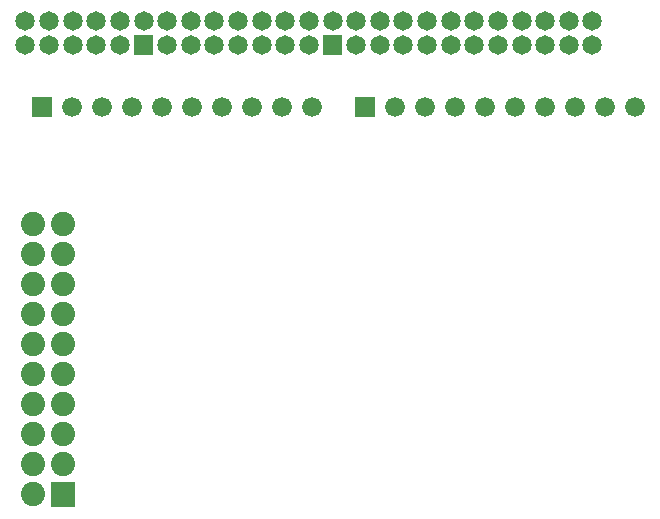
<source format=gbs>
G04 start of page 12 for group -4062 idx -4062 *
G04 Title: (unknown), soldermask *
G04 Creator: pcb 20110918 *
G04 CreationDate: Wed 07 May 2014 09:59:53 GMT UTC *
G04 For: michael *
G04 Format: Gerber/RS-274X *
G04 PCB-Dimensions: 275000 304000 *
G04 PCB-Coordinate-Origin: lower left *
%MOIN*%
%FSLAX25Y25*%
%LNBOTTOMMASK*%
%ADD140C,0.0808*%
%ADD139C,0.0651*%
%ADD138C,0.0001*%
%ADD137C,0.0660*%
G54D137*X128400Y247800D03*
X138400D03*
G54D138*G36*
X152800Y251100D02*Y244500D01*
X159400D01*
Y251100D01*
X152800D01*
G37*
G54D137*X166100Y247800D03*
X176100D03*
X186100D03*
X196100D03*
X206100D03*
X216100D03*
X226100D03*
X236100D03*
X246100D03*
G54D139*X231988Y268500D03*
X224114D03*
X216240D03*
X208366D03*
X231988Y276374D03*
X224114D03*
X216240D03*
X208366D03*
X200492D03*
X192618D03*
X184744D03*
X200492Y268500D03*
X192618D03*
X184744D03*
X176870D03*
Y276374D03*
X168996D03*
X161122D03*
X153248D03*
X145374D03*
X137500D03*
X129626D03*
G54D140*X55600Y168700D03*
Y178700D03*
Y188700D03*
Y198700D03*
X45600Y168700D03*
Y178700D03*
Y188700D03*
Y198700D03*
Y208700D03*
G54D138*G36*
X45100Y251100D02*Y244500D01*
X51700D01*
Y251100D01*
X45100D01*
G37*
G54D140*X55600Y208700D03*
G54D137*X58400Y247800D03*
X68400D03*
G54D140*X55600Y138700D03*
X45600D03*
X55600Y148700D03*
X45600D03*
G54D138*G36*
X51560Y122740D02*Y114660D01*
X59640D01*
Y122740D01*
X51560D01*
G37*
G54D140*X45600Y118700D03*
X55600Y128700D03*
X45561Y128739D03*
X55600Y158700D03*
X45600D03*
G54D137*X78400Y247800D03*
X88400D03*
X98400D03*
X108400D03*
X118400D03*
G54D139*X168996Y268500D03*
X161122D03*
X153248D03*
G54D138*G36*
X142121Y271753D02*Y265247D01*
X148627D01*
Y271753D01*
X142121D01*
G37*
G54D139*X137500Y268500D03*
X129626D03*
X121752D03*
Y276374D03*
X113878D03*
X106004D03*
X98130D03*
X90256D03*
X82382D03*
X74508D03*
X66634D03*
X58760D03*
X50886D03*
X43012D03*
X113878Y268500D03*
X106004D03*
X98130D03*
X90256D03*
G54D138*G36*
X79129Y271753D02*Y265247D01*
X85635D01*
Y271753D01*
X79129D01*
G37*
G54D139*X74508Y268500D03*
X66634D03*
X58760D03*
X50886D03*
X43012D03*
M02*

</source>
